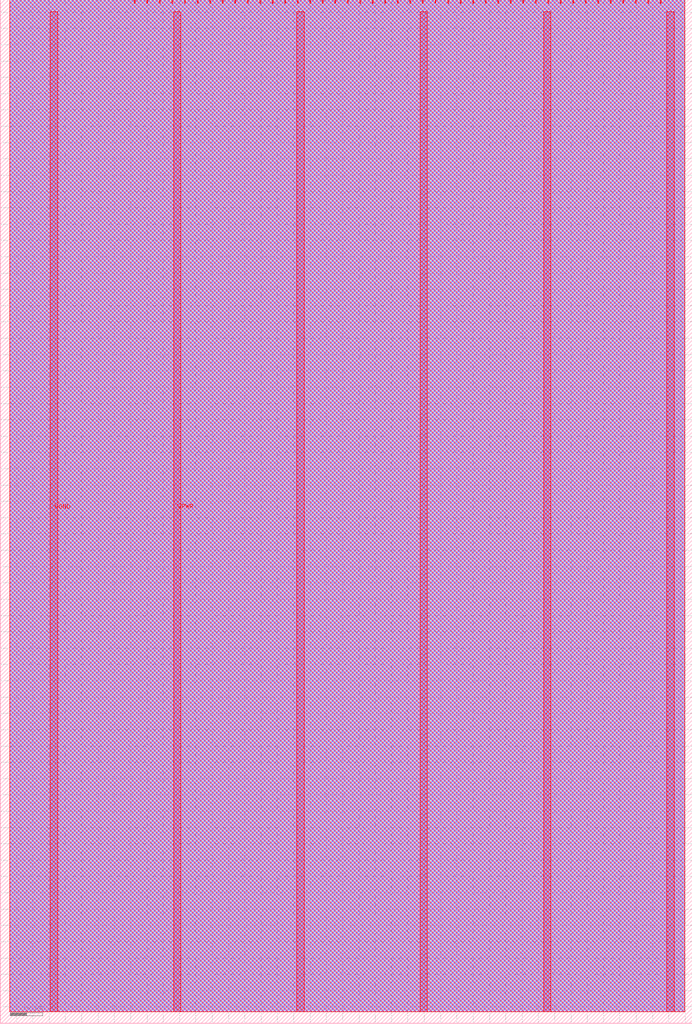
<source format=lef>
VERSION 5.8 ;
BUSBITCHARS "[]" ;
DIVIDERCHAR "/" ;
UNITS
    DATABASE MICRONS 1000 ;
END UNITS

VIA tt_um_fountaincoder_top_V2_via1_2_2200_440_1_5_410_410
  VIARULE via1Array ;
  CUTSIZE 0.19 0.19 ;
  LAYERS Metal1 Via1 Metal2 ;
  CUTSPACING 0.22 0.22 ;
  ENCLOSURE 0.01 0.125 0.05 0.005 ;
  ROWCOL 1 5 ;
END tt_um_fountaincoder_top_V2_via1_2_2200_440_1_5_410_410

VIA tt_um_fountaincoder_top_V2_via2_3_2200_440_1_5_410_410
  VIARULE via2Array ;
  CUTSIZE 0.19 0.19 ;
  LAYERS Metal2 Via2 Metal3 ;
  CUTSPACING 0.22 0.22 ;
  ENCLOSURE 0.05 0.005 0.005 0.05 ;
  ROWCOL 1 5 ;
END tt_um_fountaincoder_top_V2_via2_3_2200_440_1_5_410_410

VIA tt_um_fountaincoder_top_V2_via3_4_2200_440_1_5_410_410
  VIARULE via3Array ;
  CUTSIZE 0.19 0.19 ;
  LAYERS Metal3 Via3 Metal4 ;
  CUTSPACING 0.22 0.22 ;
  ENCLOSURE 0.005 0.05 0.05 0.005 ;
  ROWCOL 1 5 ;
END tt_um_fountaincoder_top_V2_via3_4_2200_440_1_5_410_410

VIA tt_um_fountaincoder_top_V2_via4_5_2200_440_1_5_410_410
  VIARULE via4Array ;
  CUTSIZE 0.19 0.19 ;
  LAYERS Metal4 Via4 Metal5 ;
  CUTSPACING 0.22 0.22 ;
  ENCLOSURE 0.05 0.005 0.185 0.05 ;
  ROWCOL 1 5 ;
END tt_um_fountaincoder_top_V2_via4_5_2200_440_1_5_410_410

MACRO tt_um_fountaincoder_top_V2
  FOREIGN tt_um_fountaincoder_top_V2 0 0 ;
  CLASS BLOCK ;
  SIZE 212.16 BY 313.74 ;
  PIN clk
    DIRECTION INPUT ;
    USE SIGNAL ;
    PORT
      LAYER Metal5 ;
        RECT  198.57 312.74 198.87 313.74 ;
    END
  END clk
  PIN ena
    DIRECTION INPUT ;
    USE SIGNAL ;
    PORT
      LAYER Metal5 ;
        RECT  202.41 312.74 202.71 313.74 ;
    END
  END ena
  PIN rst_n
    DIRECTION INPUT ;
    USE SIGNAL ;
    PORT
      LAYER Metal5 ;
        RECT  194.73 312.74 195.03 313.74 ;
    END
  END rst_n
  PIN ui_in[0]
    DIRECTION INPUT ;
    USE SIGNAL ;
    PORT
      LAYER Metal5 ;
        RECT  190.89 312.74 191.19 313.74 ;
    END
  END ui_in[0]
  PIN ui_in[1]
    DIRECTION INPUT ;
    USE SIGNAL ;
    PORT
      LAYER Metal5 ;
        RECT  187.05 312.74 187.35 313.74 ;
    END
  END ui_in[1]
  PIN ui_in[2]
    DIRECTION INPUT ;
    USE SIGNAL ;
    PORT
      LAYER Metal5 ;
        RECT  183.21 312.74 183.51 313.74 ;
    END
  END ui_in[2]
  PIN ui_in[3]
    DIRECTION INPUT ;
    USE SIGNAL ;
    PORT
      LAYER Metal5 ;
        RECT  179.37 312.74 179.67 313.74 ;
    END
  END ui_in[3]
  PIN ui_in[4]
    DIRECTION INPUT ;
    USE SIGNAL ;
    PORT
      LAYER Metal5 ;
        RECT  175.53 312.74 175.83 313.74 ;
    END
  END ui_in[4]
  PIN ui_in[5]
    DIRECTION INPUT ;
    USE SIGNAL ;
    PORT
      LAYER Metal5 ;
        RECT  171.69 312.74 171.99 313.74 ;
    END
  END ui_in[5]
  PIN ui_in[6]
    DIRECTION INPUT ;
    USE SIGNAL ;
    PORT
      LAYER Metal5 ;
        RECT  167.85 312.74 168.15 313.74 ;
    END
  END ui_in[6]
  PIN ui_in[7]
    DIRECTION INPUT ;
    USE SIGNAL ;
    PORT
      LAYER Metal5 ;
        RECT  164.01 312.74 164.31 313.74 ;
    END
  END ui_in[7]
  PIN uio_in[0]
    DIRECTION INPUT ;
    USE SIGNAL ;
    PORT
      LAYER Metal5 ;
        RECT  160.17 312.74 160.47 313.74 ;
    END
  END uio_in[0]
  PIN uio_in[1]
    DIRECTION INPUT ;
    USE SIGNAL ;
    PORT
      LAYER Metal5 ;
        RECT  156.33 312.74 156.63 313.74 ;
    END
  END uio_in[1]
  PIN uio_in[2]
    DIRECTION INPUT ;
    USE SIGNAL ;
    PORT
      LAYER Metal5 ;
        RECT  152.49 312.74 152.79 313.74 ;
    END
  END uio_in[2]
  PIN uio_in[3]
    DIRECTION INPUT ;
    USE SIGNAL ;
    PORT
      LAYER Metal5 ;
        RECT  148.65 312.74 148.95 313.74 ;
    END
  END uio_in[3]
  PIN uio_in[4]
    DIRECTION INPUT ;
    USE SIGNAL ;
    PORT
      LAYER Metal5 ;
        RECT  144.81 312.74 145.11 313.74 ;
    END
  END uio_in[4]
  PIN uio_in[5]
    DIRECTION INPUT ;
    USE SIGNAL ;
    PORT
      LAYER Metal5 ;
        RECT  140.97 312.74 141.27 313.74 ;
    END
  END uio_in[5]
  PIN uio_in[6]
    DIRECTION INPUT ;
    USE SIGNAL ;
    PORT
      LAYER Metal5 ;
        RECT  137.13 312.74 137.43 313.74 ;
    END
  END uio_in[6]
  PIN uio_in[7]
    DIRECTION INPUT ;
    USE SIGNAL ;
    PORT
      LAYER Metal5 ;
        RECT  133.29 312.74 133.59 313.74 ;
    END
  END uio_in[7]
  PIN uio_oe[0]
    DIRECTION OUTPUT ;
    USE SIGNAL ;
    PORT
      LAYER Metal5 ;
        RECT  68.01 312.74 68.31 313.74 ;
    END
  END uio_oe[0]
  PIN uio_oe[1]
    DIRECTION OUTPUT ;
    USE SIGNAL ;
    PORT
      LAYER Metal5 ;
        RECT  64.17 312.74 64.47 313.74 ;
    END
  END uio_oe[1]
  PIN uio_oe[2]
    DIRECTION OUTPUT ;
    USE SIGNAL ;
    PORT
      LAYER Metal5 ;
        RECT  60.33 312.74 60.63 313.74 ;
    END
  END uio_oe[2]
  PIN uio_oe[3]
    DIRECTION OUTPUT ;
    USE SIGNAL ;
    PORT
      LAYER Metal5 ;
        RECT  56.49 312.74 56.79 313.74 ;
    END
  END uio_oe[3]
  PIN uio_oe[4]
    DIRECTION OUTPUT ;
    USE SIGNAL ;
    PORT
      LAYER Metal5 ;
        RECT  52.65 312.74 52.95 313.74 ;
    END
  END uio_oe[4]
  PIN uio_oe[5]
    DIRECTION OUTPUT ;
    USE SIGNAL ;
    PORT
      LAYER Metal5 ;
        RECT  48.81 312.74 49.11 313.74 ;
    END
  END uio_oe[5]
  PIN uio_oe[6]
    DIRECTION OUTPUT ;
    USE SIGNAL ;
    PORT
      LAYER Metal5 ;
        RECT  44.97 312.74 45.27 313.74 ;
    END
  END uio_oe[6]
  PIN uio_oe[7]
    DIRECTION OUTPUT ;
    USE SIGNAL ;
    PORT
      LAYER Metal5 ;
        RECT  41.13 312.74 41.43 313.74 ;
    END
  END uio_oe[7]
  PIN uio_out[0]
    DIRECTION OUTPUT ;
    USE SIGNAL ;
    PORT
      LAYER Metal5 ;
        RECT  98.73 312.74 99.03 313.74 ;
    END
  END uio_out[0]
  PIN uio_out[1]
    DIRECTION OUTPUT ;
    USE SIGNAL ;
    PORT
      LAYER Metal5 ;
        RECT  94.89 312.74 95.19 313.74 ;
    END
  END uio_out[1]
  PIN uio_out[2]
    DIRECTION OUTPUT ;
    USE SIGNAL ;
    PORT
      LAYER Metal5 ;
        RECT  91.05 312.74 91.35 313.74 ;
    END
  END uio_out[2]
  PIN uio_out[3]
    DIRECTION OUTPUT ;
    USE SIGNAL ;
    PORT
      LAYER Metal5 ;
        RECT  87.21 312.74 87.51 313.74 ;
    END
  END uio_out[3]
  PIN uio_out[4]
    DIRECTION OUTPUT ;
    USE SIGNAL ;
    PORT
      LAYER Metal5 ;
        RECT  83.37 312.74 83.67 313.74 ;
    END
  END uio_out[4]
  PIN uio_out[5]
    DIRECTION OUTPUT ;
    USE SIGNAL ;
    PORT
      LAYER Metal5 ;
        RECT  79.53 312.74 79.83 313.74 ;
    END
  END uio_out[5]
  PIN uio_out[6]
    DIRECTION OUTPUT ;
    USE SIGNAL ;
    PORT
      LAYER Metal5 ;
        RECT  75.69 312.74 75.99 313.74 ;
    END
  END uio_out[6]
  PIN uio_out[7]
    DIRECTION OUTPUT ;
    USE SIGNAL ;
    PORT
      LAYER Metal5 ;
        RECT  71.85 312.74 72.15 313.74 ;
    END
  END uio_out[7]
  PIN uo_out[0]
    DIRECTION OUTPUT ;
    USE SIGNAL ;
    PORT
      LAYER Metal5 ;
        RECT  129.45 312.74 129.75 313.74 ;
    END
  END uo_out[0]
  PIN uo_out[1]
    DIRECTION OUTPUT ;
    USE SIGNAL ;
    PORT
      LAYER Metal5 ;
        RECT  125.61 312.74 125.91 313.74 ;
    END
  END uo_out[1]
  PIN uo_out[2]
    DIRECTION OUTPUT ;
    USE SIGNAL ;
    PORT
      LAYER Metal5 ;
        RECT  121.77 312.74 122.07 313.74 ;
    END
  END uo_out[2]
  PIN uo_out[3]
    DIRECTION OUTPUT ;
    USE SIGNAL ;
    PORT
      LAYER Metal5 ;
        RECT  117.93 312.74 118.23 313.74 ;
    END
  END uo_out[3]
  PIN uo_out[4]
    DIRECTION OUTPUT ;
    USE SIGNAL ;
    PORT
      LAYER Metal5 ;
        RECT  114.09 312.74 114.39 313.74 ;
    END
  END uo_out[4]
  PIN uo_out[5]
    DIRECTION OUTPUT ;
    USE SIGNAL ;
    PORT
      LAYER Metal5 ;
        RECT  110.25 312.74 110.55 313.74 ;
    END
  END uo_out[5]
  PIN uo_out[6]
    DIRECTION OUTPUT ;
    USE SIGNAL ;
    PORT
      LAYER Metal5 ;
        RECT  106.41 312.74 106.71 313.74 ;
    END
  END uo_out[6]
  PIN uo_out[7]
    DIRECTION OUTPUT ;
    USE SIGNAL ;
    PORT
      LAYER Metal5 ;
        RECT  102.57 312.74 102.87 313.74 ;
    END
  END uo_out[7]
  PIN VGND
    DIRECTION INOUT ;
    USE GROUND ;
    PORT
      LAYER Metal5 ;
        RECT  166.58 3.56 168.78 310.18 ;
        RECT  90.98 3.56 93.18 310.18 ;
        RECT  15.38 3.56 17.58 310.18 ;
    END
  END VGND
  PIN VPWR
    DIRECTION INOUT ;
    USE POWER ;
    PORT
      LAYER Metal5 ;
        RECT  204.38 3.56 206.58 310.18 ;
        RECT  128.78 3.56 130.98 310.18 ;
        RECT  53.18 3.56 55.38 310.18 ;
    END
  END VPWR
  OBS
    LAYER Metal1 ;
     RECT  2.88 3.56 209.795 313.74 ;
    LAYER Metal2 ;
     RECT  2.88 3.56 209.795 313.74 ;
    LAYER Metal3 ;
     RECT  2.88 3.56 209.795 313.74 ;
    LAYER Metal4 ;
     RECT  2.88 3.56 209.795 313.74 ;
    LAYER Metal5 ;
     RECT  2.88 3.56 209.795 313.74 ;
  END
END tt_um_fountaincoder_top_V2
END LIBRARY

</source>
